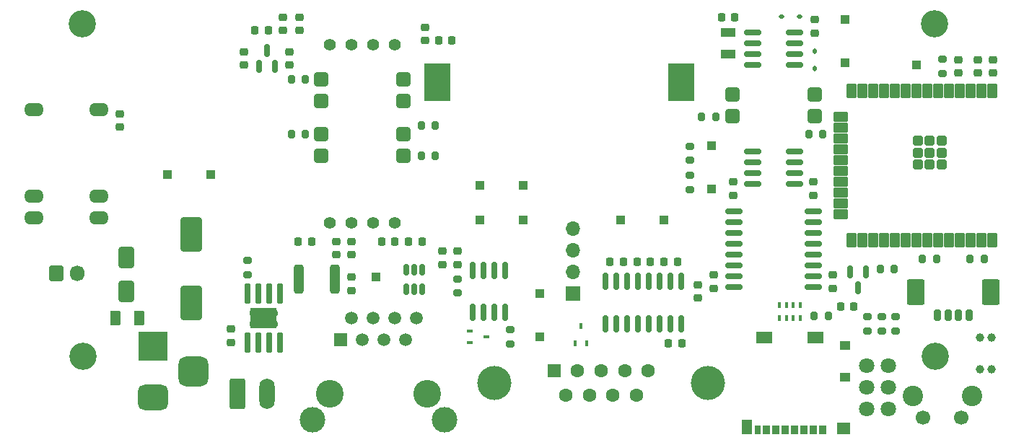
<source format=gbr>
%TF.GenerationSoftware,KiCad,Pcbnew,7.0.10*%
%TF.CreationDate,2024-04-30T16:31:27+09:00*%
%TF.ProjectId,ESP_Weight,4553505f-5765-4696-9768-742e6b696361,rev?*%
%TF.SameCoordinates,Original*%
%TF.FileFunction,Soldermask,Top*%
%TF.FilePolarity,Negative*%
%FSLAX46Y46*%
G04 Gerber Fmt 4.6, Leading zero omitted, Abs format (unit mm)*
G04 Created by KiCad (PCBNEW 7.0.10) date 2024-04-30 16:31:27*
%MOMM*%
%LPD*%
G01*
G04 APERTURE LIST*
G04 Aperture macros list*
%AMRoundRect*
0 Rectangle with rounded corners*
0 $1 Rounding radius*
0 $2 $3 $4 $5 $6 $7 $8 $9 X,Y pos of 4 corners*
0 Add a 4 corners polygon primitive as box body*
4,1,4,$2,$3,$4,$5,$6,$7,$8,$9,$2,$3,0*
0 Add four circle primitives for the rounded corners*
1,1,$1+$1,$2,$3*
1,1,$1+$1,$4,$5*
1,1,$1+$1,$6,$7*
1,1,$1+$1,$8,$9*
0 Add four rect primitives between the rounded corners*
20,1,$1+$1,$2,$3,$4,$5,0*
20,1,$1+$1,$4,$5,$6,$7,0*
20,1,$1+$1,$6,$7,$8,$9,0*
20,1,$1+$1,$8,$9,$2,$3,0*%
G04 Aperture macros list end*
%ADD10RoundRect,0.218750X-0.218750X-0.256250X0.218750X-0.256250X0.218750X0.256250X-0.218750X0.256250X0*%
%ADD11RoundRect,0.200000X-0.275000X0.200000X-0.275000X-0.200000X0.275000X-0.200000X0.275000X0.200000X0*%
%ADD12RoundRect,0.225000X-0.250000X0.225000X-0.250000X-0.225000X0.250000X-0.225000X0.250000X0.225000X0*%
%ADD13R,0.450000X0.700000*%
%ADD14RoundRect,0.102000X-0.450000X0.750000X-0.450000X-0.750000X0.450000X-0.750000X0.450000X0.750000X0*%
%ADD15RoundRect,0.102000X-0.450000X0.450000X-0.450000X-0.450000X0.450000X-0.450000X0.450000X0.450000X0*%
%ADD16RoundRect,0.102000X-0.750000X0.450000X-0.750000X-0.450000X0.750000X-0.450000X0.750000X0.450000X0*%
%ADD17RoundRect,0.225000X0.250000X-0.225000X0.250000X0.225000X-0.250000X0.225000X-0.250000X-0.225000X0*%
%ADD18C,3.200000*%
%ADD19C,1.800000*%
%ADD20RoundRect,0.290520X0.516480X0.546480X-0.516480X0.546480X-0.516480X-0.546480X0.516480X-0.546480X0*%
%ADD21RoundRect,0.200000X0.275000X-0.200000X0.275000X0.200000X-0.275000X0.200000X-0.275000X-0.200000X0*%
%ADD22RoundRect,0.225000X-0.225000X-0.250000X0.225000X-0.250000X0.225000X0.250000X-0.225000X0.250000X0*%
%ADD23RoundRect,0.112500X0.187500X0.112500X-0.187500X0.112500X-0.187500X-0.112500X0.187500X-0.112500X0*%
%ADD24C,1.000000*%
%ADD25R,1.000000X1.000000*%
%ADD26RoundRect,0.150000X0.150000X-0.825000X0.150000X0.825000X-0.150000X0.825000X-0.150000X-0.825000X0*%
%ADD27RoundRect,0.150000X0.875000X0.150000X-0.875000X0.150000X-0.875000X-0.150000X0.875000X-0.150000X0*%
%ADD28RoundRect,0.250000X-0.312500X-1.450000X0.312500X-1.450000X0.312500X1.450000X-0.312500X1.450000X0*%
%ADD29RoundRect,0.150000X-0.150000X0.512500X-0.150000X-0.512500X0.150000X-0.512500X0.150000X0.512500X0*%
%ADD30RoundRect,0.200000X0.200000X0.275000X-0.200000X0.275000X-0.200000X-0.275000X0.200000X-0.275000X0*%
%ADD31RoundRect,0.200000X-0.200000X-0.275000X0.200000X-0.275000X0.200000X0.275000X-0.200000X0.275000X0*%
%ADD32RoundRect,0.250000X-0.375000X-0.625000X0.375000X-0.625000X0.375000X0.625000X-0.375000X0.625000X0*%
%ADD33RoundRect,0.200000X0.200000X0.450000X-0.200000X0.450000X-0.200000X-0.450000X0.200000X-0.450000X0*%
%ADD34RoundRect,0.250001X0.799999X1.249999X-0.799999X1.249999X-0.799999X-1.249999X0.799999X-1.249999X0*%
%ADD35C,1.400000*%
%ADD36RoundRect,0.218750X0.218750X0.256250X-0.218750X0.256250X-0.218750X-0.256250X0.218750X-0.256250X0*%
%ADD37C,3.250000*%
%ADD38R,1.500000X1.500000*%
%ADD39C,1.500000*%
%ADD40C,3.000000*%
%ADD41RoundRect,0.150000X-0.150000X0.825000X-0.150000X-0.825000X0.150000X-0.825000X0.150000X0.825000X0*%
%ADD42RoundRect,0.250000X1.000000X-1.750000X1.000000X1.750000X-1.000000X1.750000X-1.000000X-1.750000X0*%
%ADD43RoundRect,0.225000X0.225000X0.250000X-0.225000X0.250000X-0.225000X-0.250000X0.225000X-0.250000X0*%
%ADD44R,0.430000X0.760000*%
%ADD45RoundRect,0.112500X-0.112500X0.187500X-0.112500X-0.187500X0.112500X-0.187500X0.112500X0.187500X0*%
%ADD46RoundRect,0.250000X-0.600000X-0.675000X0.600000X-0.675000X0.600000X0.675000X-0.600000X0.675000X0*%
%ADD47O,1.700000X1.850000*%
%ADD48R,0.700000X0.450000*%
%ADD49RoundRect,0.150000X0.150000X-0.587500X0.150000X0.587500X-0.150000X0.587500X-0.150000X-0.587500X0*%
%ADD50RoundRect,0.150000X-0.150000X0.587500X-0.150000X-0.587500X0.150000X-0.587500X0.150000X0.587500X0*%
%ADD51RoundRect,0.290520X-0.516480X-0.546480X0.516480X-0.546480X0.516480X0.546480X-0.516480X0.546480X0*%
%ADD52O,2.300000X1.600000*%
%ADD53R,3.100000X2.400000*%
%ADD54RoundRect,0.070000X-0.250000X1.100000X-0.250000X-1.100000X0.250000X-1.100000X0.250000X1.100000X0*%
%ADD55C,0.770000*%
%ADD56RoundRect,0.150000X0.825000X0.150000X-0.825000X0.150000X-0.825000X-0.150000X0.825000X-0.150000X0*%
%ADD57R,1.600000X1.600000*%
%ADD58C,1.600000*%
%ADD59C,4.000000*%
%ADD60RoundRect,0.218750X-0.256250X0.218750X-0.256250X-0.218750X0.256250X-0.218750X0.256250X0.218750X0*%
%ADD61RoundRect,0.150000X-0.825000X-0.150000X0.825000X-0.150000X0.825000X0.150000X-0.825000X0.150000X0*%
%ADD62R,1.550000X1.350000*%
%ADD63R,1.900000X1.350000*%
%ADD64R,1.170000X1.800000*%
%ADD65R,0.850000X1.100000*%
%ADD66R,0.750000X1.100000*%
%ADD67R,1.200000X1.000000*%
%ADD68RoundRect,0.250000X0.650000X-1.000000X0.650000X1.000000X-0.650000X1.000000X-0.650000X-1.000000X0*%
%ADD69R,1.700000X1.700000*%
%ADD70O,1.700000X1.700000*%
%ADD71RoundRect,0.250000X-0.650000X-1.550000X0.650000X-1.550000X0.650000X1.550000X-0.650000X1.550000X0*%
%ADD72O,1.800000X3.600000*%
%ADD73R,3.500000X3.500000*%
%ADD74RoundRect,0.750000X1.000000X-0.750000X1.000000X0.750000X-1.000000X0.750000X-1.000000X-0.750000X0*%
%ADD75RoundRect,0.875000X0.875000X-0.875000X0.875000X0.875000X-0.875000X0.875000X-0.875000X-0.875000X0*%
%ADD76C,2.400000*%
%ADD77C,1.700000*%
%ADD78R,1.800000X1.000000*%
%ADD79R,3.100000X4.500000*%
G04 APERTURE END LIST*
D10*
%TO.C,FB3*%
X135864500Y-106553000D03*
X137439500Y-106553000D03*
%TD*%
D11*
%TO.C,R2*%
X120142000Y-108776000D03*
X120142000Y-110426000D03*
%TD*%
D12*
%TO.C,C1*%
X205867000Y-85204000D03*
X205867000Y-86754000D03*
%TD*%
D13*
%TO.C,U9*%
X158608000Y-118475000D03*
X159908000Y-118475000D03*
X159258000Y-116475000D03*
%TD*%
D12*
%TO.C,C4*%
X130556000Y-106540000D03*
X130556000Y-108090000D03*
%TD*%
D14*
%TO.C,U5*%
X207518000Y-88889000D03*
D15*
X201578000Y-94739000D03*
X200178000Y-94739000D03*
X198778000Y-94739000D03*
X201578000Y-96139000D03*
X200178000Y-96139000D03*
X198778000Y-96139000D03*
X201578000Y-97539000D03*
X200178000Y-97539000D03*
X198778000Y-97539000D03*
D14*
X206248000Y-88889000D03*
X204978000Y-88889000D03*
X203708000Y-88889000D03*
X202438000Y-88889000D03*
X201168000Y-88889000D03*
X199898000Y-88889000D03*
X198628000Y-88889000D03*
X197358000Y-88889000D03*
X196088000Y-88889000D03*
X194818000Y-88889000D03*
X193548000Y-88889000D03*
X192278000Y-88889000D03*
X191008000Y-88889000D03*
D16*
X189758000Y-91929000D03*
X189758000Y-93199000D03*
X189758000Y-94469000D03*
X189758000Y-95739000D03*
X189758000Y-97009000D03*
X189758000Y-98279000D03*
X189758000Y-99549000D03*
X189758000Y-100819000D03*
X189758000Y-102089000D03*
X189758000Y-103359000D03*
D14*
X191008000Y-106389000D03*
X192278000Y-106389000D03*
X193548000Y-106389000D03*
X194818000Y-106389000D03*
X196088000Y-106389000D03*
X197358000Y-106389000D03*
X198628000Y-106389000D03*
X199898000Y-106389000D03*
X201168000Y-106389000D03*
X202438000Y-106389000D03*
X203708000Y-106389000D03*
X204978000Y-106389000D03*
X206248000Y-106389000D03*
X207518000Y-106389000D03*
%TD*%
D17*
%TO.C,C21*%
X186563000Y-101105000D03*
X186563000Y-99555000D03*
%TD*%
%TO.C,C8*%
X140970000Y-82944000D03*
X140970000Y-81394000D03*
%TD*%
D18*
%TO.C,H2*%
X200787000Y-81026000D03*
%TD*%
D19*
%TO.C,D4*%
X195326000Y-121105000D03*
X195326000Y-123645000D03*
X195326000Y-126185000D03*
X192786000Y-126185000D03*
X192786000Y-123645000D03*
X192786000Y-121105000D03*
%TD*%
D20*
%TO.C,U3*%
X138454000Y-96520000D03*
X138454000Y-93980000D03*
X128754000Y-93980000D03*
X128754000Y-96520000D03*
%TD*%
D21*
%TO.C,R10*%
X144780000Y-112585000D03*
X144780000Y-110935000D03*
%TD*%
D22*
%TO.C,C17*%
X165849000Y-108966000D03*
X167399000Y-108966000D03*
%TD*%
D23*
%TO.C,D2*%
X184946000Y-80137000D03*
X182846000Y-80137000D03*
%TD*%
D24*
%TO.C,JP2*%
X207421000Y-121539000D03*
X206121000Y-121539000D03*
%TD*%
D25*
%TO.C,TP8*%
X190246000Y-85598000D03*
%TD*%
D26*
%TO.C,U14*%
X146558000Y-114870000D03*
X147828000Y-114870000D03*
X149098000Y-114870000D03*
X150368000Y-114870000D03*
X150368000Y-109920000D03*
X149098000Y-109920000D03*
X147828000Y-109920000D03*
X146558000Y-109920000D03*
%TD*%
D25*
%TO.C,TP4*%
X115824000Y-98679000D03*
%TD*%
%TO.C,TP10*%
X174625000Y-100394000D03*
%TD*%
D27*
%TO.C,U11*%
X186514000Y-111887000D03*
X186514000Y-110617000D03*
X186514000Y-109347000D03*
X186514000Y-108077000D03*
X186514000Y-106807000D03*
X186514000Y-105537000D03*
X186514000Y-104267000D03*
X186514000Y-102997000D03*
X177214000Y-102997000D03*
X177214000Y-104267000D03*
X177214000Y-105537000D03*
X177214000Y-106807000D03*
X177214000Y-108077000D03*
X177214000Y-109347000D03*
X177214000Y-110617000D03*
X177214000Y-111887000D03*
%TD*%
D28*
%TO.C,F2*%
X126154000Y-110998000D03*
X130429000Y-110998000D03*
%TD*%
D29*
%TO.C,U15*%
X140650000Y-109860500D03*
X139700000Y-109860500D03*
X138750000Y-109860500D03*
X138750000Y-112135500D03*
X139700000Y-112135500D03*
X140650000Y-112135500D03*
%TD*%
D12*
%TO.C,C19*%
X172974000Y-111620000D03*
X172974000Y-113170000D03*
%TD*%
D17*
%TO.C,C18*%
X143002000Y-109233000D03*
X143002000Y-107683000D03*
%TD*%
D12*
%TO.C,C2*%
X207645000Y-85204000D03*
X207645000Y-86754000D03*
%TD*%
D30*
%TO.C,R12*%
X142176000Y-92964000D03*
X140526000Y-92964000D03*
%TD*%
D31*
%TO.C,R14*%
X125286000Y-87503000D03*
X126936000Y-87503000D03*
%TD*%
D17*
%TO.C,C22*%
X177165000Y-101105000D03*
X177165000Y-99555000D03*
%TD*%
D18*
%TO.C,H4*%
X200838000Y-120052000D03*
%TD*%
D25*
%TO.C,TP7*%
X190246000Y-80518000D03*
%TD*%
D32*
%TO.C,F1*%
X104645000Y-115570000D03*
X107445000Y-115570000D03*
%TD*%
D22*
%TO.C,C26*%
X175755000Y-80244000D03*
X177305000Y-80244000D03*
%TD*%
D24*
%TO.C,JP1*%
X207421000Y-117856000D03*
X206121000Y-117856000D03*
%TD*%
D30*
%TO.C,R18*%
X196024000Y-109776500D03*
X194374000Y-109776500D03*
%TD*%
D33*
%TO.C,J9*%
X204821000Y-115211000D03*
X203571000Y-115211000D03*
X202321000Y-115211000D03*
X201071000Y-115211000D03*
D34*
X207371000Y-112461000D03*
X198521000Y-112461000D03*
%TD*%
D12*
%TO.C,C12*%
X174879000Y-110477000D03*
X174879000Y-112027000D03*
%TD*%
D35*
%TO.C,U4*%
X129794000Y-83439000D03*
X132334000Y-83439000D03*
X134874000Y-83439000D03*
X137414000Y-83439000D03*
%TD*%
D21*
%TO.C,R16*%
X194564000Y-117030000D03*
X194564000Y-115380000D03*
%TD*%
%TO.C,R17*%
X196215000Y-117030000D03*
X196215000Y-115380000D03*
%TD*%
D31*
%TO.C,R7*%
X173419000Y-91948000D03*
X175069000Y-91948000D03*
%TD*%
D36*
%TO.C,TH3*%
X127660500Y-106553000D03*
X126085500Y-106553000D03*
%TD*%
%TO.C,TH2*%
X122580500Y-81775000D03*
X121005500Y-81775000D03*
%TD*%
D12*
%TO.C,C28*%
X186690000Y-80505000D03*
X186690000Y-82055000D03*
%TD*%
D37*
%TO.C,J4*%
X129817000Y-124385000D03*
X141247000Y-124385000D03*
D38*
X131087000Y-118035000D03*
D39*
X132357000Y-115495000D03*
X133627000Y-118035000D03*
X134897000Y-115495000D03*
X136167000Y-118035000D03*
X137437000Y-115495000D03*
X138707000Y-118035000D03*
X139977000Y-115495000D03*
D40*
X127762000Y-127435000D03*
X143302000Y-127435000D03*
%TD*%
D25*
%TO.C,TP18*%
X198628000Y-85852000D03*
%TD*%
D18*
%TO.C,H1*%
X100787000Y-81026000D03*
%TD*%
D41*
%TO.C,U13*%
X171069000Y-111255000D03*
X169799000Y-111255000D03*
X168529000Y-111255000D03*
X167259000Y-111255000D03*
X165989000Y-111255000D03*
X164719000Y-111255000D03*
X163449000Y-111255000D03*
X162179000Y-111255000D03*
X162179000Y-116205000D03*
X163449000Y-116205000D03*
X164719000Y-116205000D03*
X165989000Y-116205000D03*
X167259000Y-116205000D03*
X168529000Y-116205000D03*
X169799000Y-116205000D03*
X171069000Y-116205000D03*
%TD*%
D42*
%TO.C,C10*%
X113538000Y-113714500D03*
X113538000Y-105714500D03*
%TD*%
D11*
%TO.C,R8*%
X151003000Y-116904000D03*
X151003000Y-118554000D03*
%TD*%
D25*
%TO.C,TP1*%
X147447000Y-99949000D03*
%TD*%
D43*
%TO.C,C13*%
X170574000Y-108966000D03*
X169024000Y-108966000D03*
%TD*%
D12*
%TO.C,C25*%
X118237000Y-116827000D03*
X118237000Y-118377000D03*
%TD*%
%TO.C,C7*%
X132334000Y-106540000D03*
X132334000Y-108090000D03*
%TD*%
D25*
%TO.C,TP9*%
X174625000Y-95314000D03*
%TD*%
D11*
%TO.C,R5*%
X172085000Y-98807000D03*
X172085000Y-100457000D03*
%TD*%
D36*
%TO.C,FB1*%
X144145000Y-82931000D03*
X142570000Y-82931000D03*
%TD*%
D30*
%TO.C,R4*%
X187642000Y-93980000D03*
X185992000Y-93980000D03*
%TD*%
D31*
%TO.C,R3*%
X204915000Y-108585000D03*
X206565000Y-108585000D03*
%TD*%
D44*
%TO.C,RN1*%
X182569000Y-115568000D03*
X183369000Y-115568000D03*
X184169000Y-115568000D03*
X184969000Y-115568000D03*
X184969000Y-114048000D03*
X184169000Y-114048000D03*
X183369000Y-114048000D03*
X182569000Y-114048000D03*
%TD*%
D18*
%TO.C,H3*%
X100838000Y-120052000D03*
%TD*%
D21*
%TO.C,R6*%
X172085000Y-97028000D03*
X172085000Y-95378000D03*
%TD*%
D45*
%TO.C,D3*%
X186690000Y-84167000D03*
X186690000Y-86267000D03*
%TD*%
D25*
%TO.C,TP17*%
X135255000Y-110744000D03*
%TD*%
%TO.C,TP2*%
X152527000Y-99949000D03*
%TD*%
D46*
%TO.C,J6*%
X97683000Y-110251000D03*
D47*
X100183000Y-110251000D03*
%TD*%
D48*
%TO.C,U8*%
X146193000Y-117079000D03*
X146193000Y-118379000D03*
X148193000Y-117729000D03*
%TD*%
D49*
%TO.C,U1*%
X121478000Y-85979000D03*
X123378000Y-85979000D03*
X122428000Y-84104000D03*
%TD*%
D35*
%TO.C,U6*%
X129794000Y-104394000D03*
X132334000Y-104394000D03*
X134874000Y-104394000D03*
X137414000Y-104394000D03*
%TD*%
D22*
%TO.C,C16*%
X162674000Y-108966000D03*
X164224000Y-108966000D03*
%TD*%
D50*
%TO.C,Q1*%
X192720000Y-110109000D03*
X190820000Y-110109000D03*
X191770000Y-111984000D03*
%TD*%
D12*
%TO.C,C11*%
X188849000Y-110477000D03*
X188849000Y-112027000D03*
%TD*%
D11*
%TO.C,R9*%
X201676000Y-85154000D03*
X201676000Y-86804000D03*
%TD*%
D25*
%TO.C,TP5*%
X163957000Y-104013000D03*
%TD*%
D51*
%TO.C,U12*%
X177014000Y-89281000D03*
X177014000Y-91821000D03*
X186714000Y-91821000D03*
X186714000Y-89281000D03*
%TD*%
D52*
%TO.C,K1*%
X95123000Y-91059000D03*
X95123000Y-101219000D03*
X95123000Y-103759000D03*
X102743000Y-103759000D03*
X102743000Y-101219000D03*
X102743000Y-91059000D03*
%TD*%
D25*
%TO.C,TP12*%
X154432000Y-117729000D03*
%TD*%
D30*
%TO.C,R11*%
X142176000Y-96520000D03*
X140526000Y-96520000D03*
%TD*%
D53*
%TO.C,U2*%
X122047000Y-115570000D03*
D54*
X123952000Y-112695000D03*
X122682000Y-112695000D03*
X121412000Y-112695000D03*
X120142000Y-112695000D03*
X120142000Y-118445000D03*
X121412000Y-118445000D03*
X122682000Y-118445000D03*
X123952000Y-118445000D03*
D55*
X123347000Y-114920000D03*
X122047000Y-114920000D03*
X120747000Y-114920000D03*
X123347000Y-116220000D03*
X122047000Y-116220000D03*
X120747000Y-116220000D03*
%TD*%
D56*
%TO.C,U10*%
X184339000Y-99822000D03*
X184339000Y-98552000D03*
X184339000Y-97282000D03*
X184339000Y-96012000D03*
X179389000Y-96012000D03*
X179389000Y-97282000D03*
X179389000Y-98552000D03*
X179389000Y-99822000D03*
%TD*%
D57*
%TO.C,J7*%
X156095000Y-121747000D03*
D58*
X158865000Y-121747000D03*
X161635000Y-121747000D03*
X164405000Y-121747000D03*
X167175000Y-121747000D03*
X157480000Y-124587000D03*
X160250000Y-124587000D03*
X163020000Y-124587000D03*
X165790000Y-124587000D03*
D59*
X149135000Y-123167000D03*
X174135000Y-123167000D03*
%TD*%
D25*
%TO.C,TP11*%
X154432000Y-112649000D03*
%TD*%
D17*
%TO.C,C23*%
X119761000Y-85816500D03*
X119761000Y-84266500D03*
%TD*%
%TO.C,C3*%
X126238000Y-81788000D03*
X126238000Y-80238000D03*
%TD*%
D43*
%TO.C,C27*%
X191275000Y-114173000D03*
X189725000Y-114173000D03*
%TD*%
D60*
%TO.C,RV1*%
X105156000Y-91541500D03*
X105156000Y-93116500D03*
%TD*%
D61*
%TO.C,U16*%
X179389000Y-82042000D03*
X179389000Y-83312000D03*
X179389000Y-84582000D03*
X179389000Y-85852000D03*
X184339000Y-85852000D03*
X184339000Y-84582000D03*
X184339000Y-83312000D03*
X184339000Y-82042000D03*
%TD*%
D25*
%TO.C,TP3*%
X110744000Y-98679000D03*
%TD*%
D62*
%TO.C,J5*%
X190096000Y-128515000D03*
D63*
X186771000Y-117815000D03*
X180801000Y-117815000D03*
D64*
X178776000Y-128290000D03*
D65*
X187636000Y-128640000D03*
X186536000Y-128640000D03*
X185436000Y-128640000D03*
X184336000Y-128640000D03*
X183236000Y-128640000D03*
X182136000Y-128640000D03*
X181036000Y-128640000D03*
D66*
X179986000Y-128640000D03*
D67*
X190271000Y-122490000D03*
X190271000Y-118790000D03*
%TD*%
D31*
%TO.C,R19*%
X186627000Y-115316000D03*
X188277000Y-115316000D03*
%TD*%
D21*
%TO.C,R15*%
X192913000Y-117030000D03*
X192913000Y-115380000D03*
%TD*%
D25*
%TO.C,TP13*%
X147447000Y-104013000D03*
%TD*%
D17*
%TO.C,C15*%
X144780000Y-109233000D03*
X144780000Y-107683000D03*
%TD*%
D22*
%TO.C,C9*%
X139052000Y-106553000D03*
X140602000Y-106553000D03*
%TD*%
D68*
%TO.C,D1*%
X105918000Y-112395000D03*
X105918000Y-108395000D03*
%TD*%
D31*
%TO.C,R1*%
X199327000Y-108585000D03*
X200977000Y-108585000D03*
%TD*%
D17*
%TO.C,C6*%
X203581000Y-86754000D03*
X203581000Y-85204000D03*
%TD*%
D43*
%TO.C,C14*%
X171082000Y-118491000D03*
X169532000Y-118491000D03*
%TD*%
D25*
%TO.C,TP6*%
X169037000Y-104013000D03*
%TD*%
D20*
%TO.C,U7*%
X138454000Y-90043000D03*
X138454000Y-87503000D03*
X128754000Y-87503000D03*
X128754000Y-90043000D03*
%TD*%
D31*
%TO.C,R13*%
X125286000Y-93980000D03*
X126936000Y-93980000D03*
%TD*%
D69*
%TO.C,J2*%
X158369000Y-112649000D03*
D70*
X158369000Y-110109000D03*
X158369000Y-107569000D03*
X158369000Y-105029000D03*
%TD*%
D17*
%TO.C,C20*%
X132355500Y-112281000D03*
X132355500Y-110731000D03*
%TD*%
D71*
%TO.C,J3*%
X118955000Y-124448500D03*
D72*
X122455000Y-124448500D03*
%TD*%
D25*
%TO.C,TP14*%
X152527000Y-104013000D03*
%TD*%
D73*
%TO.C,J1*%
X109093000Y-118841000D03*
D74*
X109093000Y-124841000D03*
D75*
X113793000Y-121841000D03*
%TD*%
D12*
%TO.C,C24*%
X125095000Y-84266500D03*
X125095000Y-85816500D03*
%TD*%
D76*
%TO.C,SW1*%
X205176001Y-124695000D03*
X198176001Y-124695000D03*
D77*
X203926001Y-127195000D03*
X199426001Y-127195000D03*
%TD*%
D78*
%TO.C,Y1*%
X176530000Y-82042000D03*
X176530000Y-84542000D03*
%TD*%
D17*
%TO.C,C5*%
X124333000Y-81788000D03*
X124333000Y-80238000D03*
%TD*%
D79*
%TO.C,J8*%
X142418000Y-87884000D03*
X171018000Y-87884000D03*
%TD*%
M02*

</source>
